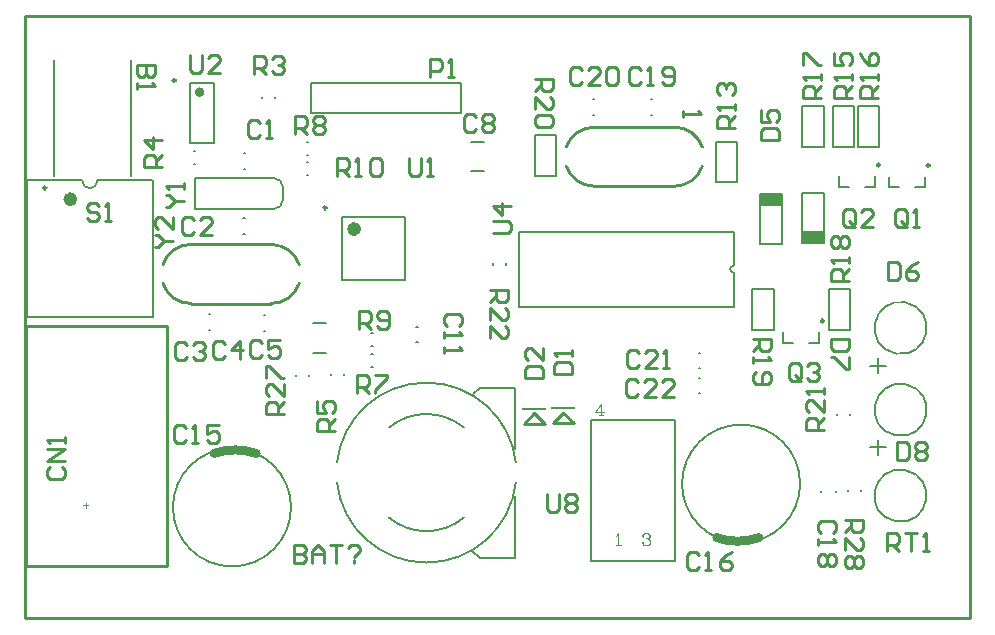
<source format=gto>
%FSLAX25Y25*%
%MOIN*%
G70*
G01*
G75*
G04 Layer_Color=65535*
%ADD10C,0.03937*%
%ADD11R,0.05315X0.06102*%
%ADD12O,0.07480X0.02362*%
%ADD13O,0.08268X0.01181*%
%ADD14O,0.01181X0.08268*%
%ADD15R,0.04528X0.10630*%
%ADD16R,0.04528X0.05709*%
%ADD17R,0.05118X0.03347*%
%ADD18O,0.23622X0.09843*%
G04:AMPARAMS|DCode=19|XSize=98.43mil|YSize=236.22mil|CornerRadius=0mil|HoleSize=0mil|Usage=FLASHONLY|Rotation=90.000|XOffset=0mil|YOffset=0mil|HoleType=Round|Shape=Octagon|*
%AMOCTAGOND19*
4,1,8,-0.11811,-0.02461,-0.11811,0.02461,-0.09350,0.04921,0.09350,0.04921,0.11811,0.02461,0.11811,-0.02461,0.09350,-0.04921,-0.09350,-0.04921,-0.11811,-0.02461,0.0*
%
%ADD19OCTAGOND19*%

%ADD20R,0.05118X0.05906*%
%ADD21R,0.03347X0.05118*%
%ADD22R,0.09213X0.08600*%
%ADD23R,0.02362X0.04528*%
%ADD24R,0.02362X0.07874*%
%ADD25O,0.02362X0.07874*%
%ADD26R,0.18898X0.20079*%
%ADD27R,0.03937X0.11811*%
%ADD28R,0.07874X0.01575*%
%ADD29R,0.01575X0.03937*%
%ADD30R,0.04724X0.03937*%
%ADD31R,0.05709X0.04528*%
%ADD32C,0.03937*%
%ADD33C,0.00800*%
%ADD34C,0.01500*%
%ADD35C,0.05000*%
%ADD36C,0.02000*%
%ADD37C,0.03000*%
%ADD38C,0.01200*%
%ADD39C,0.01000*%
%ADD40C,0.04000*%
%ADD41C,0.00394*%
%ADD42C,0.05906*%
%ADD43R,0.05906X0.05906*%
%ADD44C,0.04331*%
%ADD45O,0.05000X0.04000*%
%ADD46C,0.05000*%
%ADD47C,0.07087*%
%ADD48C,0.05315*%
%ADD49C,0.06299*%
%ADD50C,0.10630*%
%ADD51R,0.10630X0.10630*%
%ADD52C,0.08661*%
%ADD53C,0.02400*%
%ADD54C,0.03600*%
%ADD55R,0.03937X0.04724*%
%ADD56R,0.04331X0.05512*%
%ADD57R,0.04724X0.03150*%
%ADD58O,0.07874X0.02400*%
%ADD59O,0.07874X0.02402*%
%ADD60R,0.05512X0.04331*%
%ADD61R,0.09055X0.09055*%
%ADD62C,0.02362*%
%ADD63C,0.00984*%
%ADD64C,0.00787*%
%ADD65C,0.01575*%
%ADD66C,0.00700*%
%ADD67R,0.08000X0.01075*%
%ADD68R,0.07284X0.03866*%
D33*
X85820Y143994D02*
G03*
X83020Y146694I-2750J-50D01*
G01*
X83020Y136494D02*
G03*
X85820Y139394I-50J2850D01*
G01*
X56620Y136494D02*
Y146694D01*
X85820Y139394D02*
Y143993D01*
X56620Y136494D02*
X83020D01*
X56620Y146694D02*
X83020D01*
D37*
X77020Y54994D02*
G03*
X63020Y54994I-7000J-20330D01*
G01*
X230520Y26894D02*
G03*
X244520Y26894I7000J20330D01*
G01*
D39*
X45927Y111609D02*
G03*
X55240Y104951I9313J3185D01*
G01*
X91325Y117979D02*
G03*
X82012Y124636I-9313J-3185D01*
G01*
X55240D02*
G03*
X45927Y117979I0J-9843D01*
G01*
X82012Y104951D02*
G03*
X91325Y111609I0J9843D01*
G01*
X216412Y144051D02*
G03*
X225725Y150709I0J9843D01*
G01*
X189640Y163736D02*
G03*
X180327Y157079I0J-9843D01*
G01*
X225725D02*
G03*
X216412Y163736I-9313J-3185D01*
G01*
X180327Y150709D02*
G03*
X189640Y144051I9313J3185D01*
G01*
X169720Y68394D02*
X173220Y64894D01*
X166220D02*
X173220D01*
X166220D02*
X169720Y68394D01*
X179320Y68494D02*
X182820Y64994D01*
X175820D02*
X182820D01*
X175820D02*
X179320Y68494D01*
X55240Y104951D02*
X82012Y104951D01*
X55220Y124636D02*
X82012Y124636D01*
X150Y17394D02*
Y97394D01*
X47394Y17394D02*
Y97394D01*
X150D02*
X47394D01*
X150Y17394D02*
X47394D01*
X189620Y163736D02*
X216412Y163736D01*
X189640Y144051D02*
X216412Y144051D01*
X0Y0D02*
Y200787D01*
Y0D02*
X314961D01*
X0Y200787D02*
X314961D01*
Y0D02*
Y200787D01*
X43418Y184394D02*
X37420D01*
Y181395D01*
X38419Y180395D01*
X39419D01*
X40419Y181395D01*
Y184394D01*
Y181395D01*
X41418Y180395D01*
X42418D01*
X43418Y181395D01*
Y184394D01*
X37420Y178396D02*
Y176396D01*
Y177396D01*
X43418D01*
X42418Y178396D01*
X86320Y68194D02*
X80322D01*
Y71193D01*
X81321Y72192D01*
X83321D01*
X84320Y71193D01*
Y68194D01*
Y70193D02*
X86320Y72192D01*
Y78190D02*
Y74192D01*
X82321Y78190D01*
X81321D01*
X80322Y77191D01*
Y75191D01*
X81321Y74192D01*
X80322Y80190D02*
Y84188D01*
X81321D01*
X85320Y80190D01*
X86320D01*
X24518Y137292D02*
X23519Y138292D01*
X21519D01*
X20520Y137292D01*
Y136292D01*
X21519Y135293D01*
X23519D01*
X24518Y134293D01*
Y133293D01*
X23519Y132294D01*
X21519D01*
X20520Y133293D01*
X26518Y132294D02*
X28517D01*
X27517D01*
Y138292D01*
X26518Y137292D01*
X104020Y147394D02*
Y153392D01*
X107019D01*
X108018Y152392D01*
Y150393D01*
X107019Y149393D01*
X104020D01*
X106019D02*
X108018Y147394D01*
X110018D02*
X112017D01*
X111017D01*
Y153392D01*
X110018Y152392D01*
X115016D02*
X116016Y153392D01*
X118015D01*
X119015Y152392D01*
Y148393D01*
X118015Y147394D01*
X116016D01*
X115016Y148393D01*
Y152392D01*
X111220Y96494D02*
Y102492D01*
X114219D01*
X115218Y101492D01*
Y99493D01*
X114219Y98493D01*
X111220D01*
X113219D02*
X115218Y96494D01*
X117218Y97493D02*
X118217Y96494D01*
X120217D01*
X121216Y97493D01*
Y101492D01*
X120217Y102492D01*
X118217D01*
X117218Y101492D01*
Y100492D01*
X118217Y99493D01*
X121216D01*
X89820Y161294D02*
Y167292D01*
X92819D01*
X93818Y166292D01*
Y164293D01*
X92819Y163293D01*
X89820D01*
X91819D02*
X93818Y161294D01*
X95818Y166292D02*
X96817Y167292D01*
X98817D01*
X99817Y166292D01*
Y165292D01*
X98817Y164293D01*
X99817Y163293D01*
Y162293D01*
X98817Y161294D01*
X96817D01*
X95818Y162293D01*
Y163293D01*
X96817Y164293D01*
X95818Y165292D01*
Y166292D01*
X96817Y164293D02*
X98817D01*
X110620Y75194D02*
Y81192D01*
X113619D01*
X114618Y80192D01*
Y78193D01*
X113619Y77193D01*
X110620D01*
X112619D02*
X114618Y75194D01*
X116618Y81192D02*
X120616D01*
Y80192D01*
X116618Y76193D01*
Y75194D01*
X103320Y62394D02*
X97322D01*
Y65393D01*
X98321Y66392D01*
X100321D01*
X101320Y65393D01*
Y62394D01*
Y64393D02*
X103320Y66392D01*
X97322Y72391D02*
Y68392D01*
X100321D01*
X99321Y70391D01*
Y71391D01*
X100321Y72391D01*
X102320D01*
X103320Y71391D01*
Y69391D01*
X102320Y68392D01*
X45520Y150594D02*
X39522D01*
Y153593D01*
X40521Y154592D01*
X42521D01*
X43520Y153593D01*
Y150594D01*
Y152593D02*
X45520Y154592D01*
Y159591D02*
X39522D01*
X42521Y156592D01*
Y160591D01*
X76220Y181594D02*
Y187592D01*
X79219D01*
X80218Y186592D01*
Y184593D01*
X79219Y183593D01*
X76220D01*
X78219D02*
X80218Y181594D01*
X82218Y186592D02*
X83217Y187592D01*
X85217D01*
X86216Y186592D01*
Y185592D01*
X85217Y184593D01*
X84217D01*
X85217D01*
X86216Y183593D01*
Y182593D01*
X85217Y181594D01*
X83217D01*
X82218Y182593D01*
X134920Y180594D02*
Y186592D01*
X137919D01*
X138918Y185592D01*
Y183593D01*
X137919Y182593D01*
X134920D01*
X140918Y180594D02*
X142917D01*
X141917D01*
Y186592D01*
X140918Y185592D01*
X166522Y80094D02*
X172520D01*
Y83093D01*
X171520Y84092D01*
X167521D01*
X166522Y83093D01*
Y80094D01*
X172520Y90091D02*
Y86092D01*
X168521Y90091D01*
X167521D01*
X166522Y89091D01*
Y87091D01*
X167521Y86092D01*
X176222Y81294D02*
X182220D01*
Y84293D01*
X181220Y85292D01*
X177221D01*
X176222Y84293D01*
Y81294D01*
X182220Y87292D02*
Y89291D01*
Y88291D01*
X176222D01*
X177221Y87292D01*
X144518Y97495D02*
X145518Y98495D01*
Y100494D01*
X144518Y101494D01*
X140519D01*
X139520Y100494D01*
Y98495D01*
X140519Y97495D01*
X139520Y95496D02*
Y93496D01*
Y94496D01*
X145518D01*
X144518Y95496D01*
X139520Y90497D02*
Y88498D01*
Y89498D01*
X145518D01*
X144518Y90497D01*
X150218Y166992D02*
X149219Y167992D01*
X147219D01*
X146220Y166992D01*
Y162993D01*
X147219Y161994D01*
X149219D01*
X150218Y162993D01*
X152218Y166992D02*
X153217Y167992D01*
X155217D01*
X156217Y166992D01*
Y165992D01*
X155217Y164993D01*
X156217Y163993D01*
Y162993D01*
X155217Y161994D01*
X153217D01*
X152218Y162993D01*
Y163993D01*
X153217Y164993D01*
X152218Y165992D01*
Y166992D01*
X153217Y164993D02*
X155217D01*
X79018Y91792D02*
X78019Y92792D01*
X76019D01*
X75020Y91792D01*
Y87793D01*
X76019Y86794D01*
X78019D01*
X79018Y87793D01*
X85017Y92792D02*
X81018D01*
Y89793D01*
X83017Y90792D01*
X84017D01*
X85017Y89793D01*
Y87793D01*
X84017Y86794D01*
X82017D01*
X81018Y87793D01*
X89720Y24392D02*
Y18394D01*
X92719D01*
X93718Y19393D01*
Y20393D01*
X92719Y21393D01*
X89720D01*
X92719D01*
X93718Y22392D01*
Y23392D01*
X92719Y24392D01*
X89720D01*
X95718Y18394D02*
Y22392D01*
X97717Y24392D01*
X99717Y22392D01*
Y18394D01*
Y21393D01*
X95718D01*
X101716Y24392D02*
X105714D01*
X103715D01*
Y18394D01*
X107714Y23392D02*
X108714Y24392D01*
X110713D01*
X111713Y23392D01*
Y22392D01*
X109713Y20393D01*
Y19393D02*
Y18394D01*
X43122Y123794D02*
X44121D01*
X46121Y125793D01*
X44121Y127792D01*
X43122D01*
X46121Y125793D02*
X49120D01*
Y133791D02*
Y129792D01*
X45121Y133791D01*
X44121D01*
X43122Y132791D01*
Y130791D01*
X44121Y129792D01*
X46922Y137094D02*
X47921D01*
X49921Y139093D01*
X47921Y141092D01*
X46922D01*
X49921Y139093D02*
X52920D01*
Y143092D02*
Y145091D01*
Y144091D01*
X46922D01*
X47921Y143092D01*
X66518Y91392D02*
X65519Y92392D01*
X63519D01*
X62520Y91392D01*
Y87393D01*
X63519Y86394D01*
X65519D01*
X66518Y87393D01*
X71517Y86394D02*
Y92392D01*
X68518Y89393D01*
X72517D01*
X54018Y91192D02*
X53019Y92192D01*
X51019D01*
X50020Y91192D01*
Y87193D01*
X51019Y86194D01*
X53019D01*
X54018Y87193D01*
X56018Y91192D02*
X57017Y92192D01*
X59017D01*
X60017Y91192D01*
Y90192D01*
X59017Y89193D01*
X58017D01*
X59017D01*
X60017Y88193D01*
Y87193D01*
X59017Y86194D01*
X57017D01*
X56018Y87193D01*
X56318Y132792D02*
X55319Y133792D01*
X53319D01*
X52320Y132792D01*
Y128793D01*
X53319Y127794D01*
X55319D01*
X56318Y128793D01*
X62317Y127794D02*
X58318D01*
X62317Y131792D01*
Y132792D01*
X61317Y133792D01*
X59317D01*
X58318Y132792D01*
X78318Y164992D02*
X77319Y165992D01*
X75319D01*
X74320Y164992D01*
Y160993D01*
X75319Y159994D01*
X77319D01*
X78318Y160993D01*
X80318Y159994D02*
X82317D01*
X81317D01*
Y165992D01*
X80318Y164992D01*
X54820Y187692D02*
Y182693D01*
X55819Y181694D01*
X57819D01*
X58818Y182693D01*
Y187692D01*
X64816Y181694D02*
X60818D01*
X64816Y185692D01*
Y186692D01*
X63817Y187692D01*
X61817D01*
X60818Y186692D01*
X128020Y153292D02*
Y148293D01*
X129019Y147294D01*
X131019D01*
X132018Y148293D01*
Y153292D01*
X134018Y147294D02*
X136017D01*
X135017D01*
Y153292D01*
X134018Y152292D01*
X219270Y169244D02*
Y167244D01*
Y168244D01*
X225268D01*
X224268Y169244D01*
X53518Y63292D02*
X52519Y64292D01*
X50519D01*
X49520Y63292D01*
Y59293D01*
X50519Y58294D01*
X52519D01*
X53518Y59293D01*
X55518Y58294D02*
X57517D01*
X56517D01*
Y64292D01*
X55518Y63292D01*
X64515Y64292D02*
X60516D01*
Y61293D01*
X62515Y62292D01*
X63515D01*
X64515Y61293D01*
Y59293D01*
X63515Y58294D01*
X61516D01*
X60516Y59293D01*
X224718Y21092D02*
X223719Y22092D01*
X221719D01*
X220720Y21092D01*
Y17093D01*
X221719Y16094D01*
X223719D01*
X224718Y17093D01*
X226718Y16094D02*
X228717D01*
X227717D01*
Y22092D01*
X226718Y21092D01*
X235715Y22092D02*
X233716Y21092D01*
X231716Y19093D01*
Y17093D01*
X232716Y16094D01*
X234715D01*
X235715Y17093D01*
Y18093D01*
X234715Y19093D01*
X231716D01*
X155822Y128594D02*
X160820D01*
X161820Y129593D01*
Y131593D01*
X160820Y132592D01*
X155822D01*
X161820Y137591D02*
X155822D01*
X158821Y134592D01*
Y138591D01*
X205218Y182692D02*
X204219Y183692D01*
X202219D01*
X201220Y182692D01*
Y178693D01*
X202219Y177694D01*
X204219D01*
X205218Y178693D01*
X207218Y177694D02*
X209217D01*
X208217D01*
Y183692D01*
X207218Y182692D01*
X212216Y178693D02*
X213216Y177694D01*
X215215D01*
X216215Y178693D01*
Y182692D01*
X215215Y183692D01*
X213216D01*
X212216Y182692D01*
Y181692D01*
X213216Y180693D01*
X216215D01*
X185518Y182692D02*
X184519Y183692D01*
X182519D01*
X181520Y182692D01*
Y178693D01*
X182519Y177694D01*
X184519D01*
X185518Y178693D01*
X191516Y177694D02*
X187518D01*
X191516Y181692D01*
Y182692D01*
X190517Y183692D01*
X188517D01*
X187518Y182692D01*
X193516D02*
X194516Y183692D01*
X196515D01*
X197514Y182692D01*
Y178693D01*
X196515Y177694D01*
X194516D01*
X193516Y178693D01*
Y182692D01*
X204618Y88292D02*
X203619Y89292D01*
X201619D01*
X200620Y88292D01*
Y84293D01*
X201619Y83294D01*
X203619D01*
X204618Y84293D01*
X210616Y83294D02*
X206618D01*
X210616Y87292D01*
Y88292D01*
X209617Y89292D01*
X207617D01*
X206618Y88292D01*
X212616Y83294D02*
X214615D01*
X213615D01*
Y89292D01*
X212616Y88292D01*
X204318Y78692D02*
X203319Y79692D01*
X201319D01*
X200320Y78692D01*
Y74693D01*
X201319Y73694D01*
X203319D01*
X204318Y74693D01*
X210316Y73694D02*
X206318D01*
X210316Y77692D01*
Y78692D01*
X209317Y79692D01*
X207317D01*
X206318Y78692D01*
X216315Y73694D02*
X212316D01*
X216315Y77692D01*
Y78692D01*
X215315Y79692D01*
X213316D01*
X212316Y78692D01*
X8421Y50392D02*
X7422Y49393D01*
Y47393D01*
X8421Y46394D01*
X12420D01*
X13420Y47393D01*
Y49393D01*
X12420Y50392D01*
X13420Y52392D02*
X7422D01*
X13420Y56391D01*
X7422D01*
X13420Y58390D02*
Y60389D01*
Y59390D01*
X7422D01*
X8421Y58390D01*
X245322Y159294D02*
X251320D01*
Y162293D01*
X250320Y163292D01*
X246321D01*
X245322Y162293D01*
Y159294D01*
Y169290D02*
Y165292D01*
X248321D01*
X247321Y167291D01*
Y168291D01*
X248321Y169290D01*
X250320D01*
X251320Y168291D01*
Y166291D01*
X250320Y165292D01*
X287520Y118792D02*
Y112794D01*
X290519D01*
X291518Y113793D01*
Y117792D01*
X290519Y118792D01*
X287520D01*
X297516D02*
X295517Y117792D01*
X293518Y115793D01*
Y113793D01*
X294517Y112794D01*
X296517D01*
X297516Y113793D01*
Y114793D01*
X296517Y115793D01*
X293518D01*
X274718Y93094D02*
X268720D01*
Y90095D01*
X269719Y89095D01*
X273718D01*
X274718Y90095D01*
Y93094D01*
Y87096D02*
Y83097D01*
X273718D01*
X269719Y87096D01*
X268720D01*
X290620Y58692D02*
Y52694D01*
X293619D01*
X294618Y53693D01*
Y57692D01*
X293619Y58692D01*
X290620D01*
X296618Y57692D02*
X297617Y58692D01*
X299617D01*
X300617Y57692D01*
Y56692D01*
X299617Y55693D01*
X300617Y54693D01*
Y53693D01*
X299617Y52694D01*
X297617D01*
X296618Y53693D01*
Y54693D01*
X297617Y55693D01*
X296618Y56692D01*
Y57692D01*
X297617Y55693D02*
X299617D01*
X294018Y131293D02*
Y135292D01*
X293019Y136292D01*
X291019D01*
X290020Y135292D01*
Y131293D01*
X291019Y130294D01*
X293019D01*
X292019Y132293D02*
X294018Y130294D01*
X293019D02*
X294018Y131293D01*
X296018Y130294D02*
X298017D01*
X297017D01*
Y136292D01*
X296018Y135292D01*
X276618Y131293D02*
Y135292D01*
X275619Y136292D01*
X273619D01*
X272620Y135292D01*
Y131293D01*
X273619Y130294D01*
X275619D01*
X274619Y132293D02*
X276618Y130294D01*
X275619D02*
X276618Y131293D01*
X282616Y130294D02*
X278618D01*
X282616Y134292D01*
Y135292D01*
X281617Y136292D01*
X279617D01*
X278618Y135292D01*
X258718Y79993D02*
Y83992D01*
X257719Y84992D01*
X255719D01*
X254720Y83992D01*
Y79993D01*
X255719Y78994D01*
X257719D01*
X256719Y80993D02*
X258718Y78994D01*
X257719D02*
X258718Y79993D01*
X260718Y83992D02*
X261717Y84992D01*
X263717D01*
X264717Y83992D01*
Y82992D01*
X263717Y81993D01*
X262717D01*
X263717D01*
X264717Y80993D01*
Y79993D01*
X263717Y78994D01*
X261717D01*
X260718Y79993D01*
X236620Y163294D02*
X230622D01*
Y166293D01*
X231621Y167292D01*
X233621D01*
X234620Y166293D01*
Y163294D01*
Y165293D02*
X236620Y167292D01*
Y169292D02*
Y171291D01*
Y170291D01*
X230622D01*
X231621Y169292D01*
Y174290D02*
X230622Y175290D01*
Y177289D01*
X231621Y178289D01*
X232621D01*
X233621Y177289D01*
Y176289D01*
Y177289D01*
X234620Y178289D01*
X235620D01*
X236620Y177289D01*
Y175290D01*
X235620Y174290D01*
X275720Y173494D02*
X269722D01*
Y176493D01*
X270721Y177492D01*
X272721D01*
X273720Y176493D01*
Y173494D01*
Y175493D02*
X275720Y177492D01*
Y179492D02*
Y181491D01*
Y180491D01*
X269722D01*
X270721Y179492D01*
X269722Y188489D02*
Y184490D01*
X272721D01*
X271721Y186489D01*
Y187489D01*
X272721Y188489D01*
X274720D01*
X275720Y187489D01*
Y185490D01*
X274720Y184490D01*
X284420Y173294D02*
X278422D01*
Y176293D01*
X279421Y177292D01*
X281421D01*
X282420Y176293D01*
Y173294D01*
Y175293D02*
X284420Y177292D01*
Y179292D02*
Y181291D01*
Y180291D01*
X278422D01*
X279421Y179292D01*
X278422Y188289D02*
X279421Y186290D01*
X281421Y184290D01*
X283420D01*
X284420Y185290D01*
Y187289D01*
X283420Y188289D01*
X282420D01*
X281421Y187289D01*
Y184290D01*
X265420Y173494D02*
X259422D01*
Y176493D01*
X260421Y177492D01*
X262421D01*
X263420Y176493D01*
Y173494D01*
Y175493D02*
X265420Y177492D01*
Y179492D02*
Y181491D01*
Y180491D01*
X259422D01*
X260421Y179492D01*
X259422Y184490D02*
Y188489D01*
X260421D01*
X264420Y184490D01*
X265420D01*
X274520Y112594D02*
X268522D01*
Y115593D01*
X269521Y116592D01*
X271521D01*
X272520Y115593D01*
Y112594D01*
Y114593D02*
X274520Y116592D01*
Y118592D02*
Y120591D01*
Y119591D01*
X268522D01*
X269521Y118592D01*
Y123590D02*
X268522Y124590D01*
Y126589D01*
X269521Y127589D01*
X270521D01*
X271521Y126589D01*
X272520Y127589D01*
X273520D01*
X274520Y126589D01*
Y124590D01*
X273520Y123590D01*
X272520D01*
X271521Y124590D01*
X270521Y123590D01*
X269521D01*
X271521Y124590D02*
Y126589D01*
X242620Y92994D02*
X248618D01*
Y89995D01*
X247618Y88995D01*
X245619D01*
X244619Y89995D01*
Y92994D01*
Y90994D02*
X242620Y88995D01*
Y86996D02*
Y84996D01*
Y85996D01*
X248618D01*
X247618Y86996D01*
X243619Y81997D02*
X242620Y80998D01*
Y78998D01*
X243619Y77999D01*
X247618D01*
X248618Y78998D01*
Y80998D01*
X247618Y81997D01*
X246618D01*
X245619Y80998D01*
Y77999D01*
X266320Y62894D02*
X260322D01*
Y65893D01*
X261321Y66892D01*
X263321D01*
X264320Y65893D01*
Y62894D01*
Y64893D02*
X266320Y66892D01*
Y72891D02*
Y68892D01*
X262321Y72891D01*
X261321D01*
X260322Y71891D01*
Y69891D01*
X261321Y68892D01*
X266320Y74890D02*
Y76889D01*
Y75889D01*
X260322D01*
X261321Y74890D01*
X154920Y109394D02*
X160918D01*
Y106395D01*
X159918Y105395D01*
X157919D01*
X156919Y106395D01*
Y109394D01*
Y107394D02*
X154920Y105395D01*
Y99397D02*
Y103396D01*
X158918Y99397D01*
X159918D01*
X160918Y100397D01*
Y102396D01*
X159918Y103396D01*
X154920Y93399D02*
Y97398D01*
X158918Y93399D01*
X159918D01*
X160918Y94399D01*
Y96398D01*
X159918Y97398D01*
X169820Y179794D02*
X175818D01*
Y176795D01*
X174818Y175795D01*
X172819D01*
X171819Y176795D01*
Y179794D01*
Y177794D02*
X169820Y175795D01*
Y169797D02*
Y173796D01*
X173818Y169797D01*
X174818D01*
X175818Y170797D01*
Y172796D01*
X174818Y173796D01*
Y167798D02*
X175818Y166798D01*
Y164799D01*
X174818Y163799D01*
X170819D01*
X169820Y164799D01*
Y166798D01*
X170819Y167798D01*
X174818D01*
X174020Y41292D02*
Y36293D01*
X175019Y35294D01*
X177019D01*
X178018Y36293D01*
Y41292D01*
X180018Y40292D02*
X181017Y41292D01*
X183017D01*
X184017Y40292D01*
Y39292D01*
X183017Y38293D01*
X184017Y37293D01*
Y36293D01*
X183017Y35294D01*
X181017D01*
X180018Y36293D01*
Y37293D01*
X181017Y38293D01*
X180018Y39292D01*
Y40292D01*
X181017Y38293D02*
X183017D01*
X269418Y28295D02*
X270418Y29295D01*
Y31294D01*
X269418Y32294D01*
X265419D01*
X264420Y31294D01*
Y29295D01*
X265419Y28295D01*
X264420Y26296D02*
Y24296D01*
Y25296D01*
X270418D01*
X269418Y26296D01*
Y21297D02*
X270418Y20298D01*
Y18298D01*
X269418Y17299D01*
X268418D01*
X267419Y18298D01*
X266419Y17299D01*
X265419D01*
X264420Y18298D01*
Y20298D01*
X265419Y21297D01*
X266419D01*
X267419Y20298D01*
X268418Y21297D01*
X269418D01*
X267419Y20298D02*
Y18298D01*
X273120Y32794D02*
X279118D01*
Y29795D01*
X278118Y28795D01*
X276119D01*
X275119Y29795D01*
Y32794D01*
Y30794D02*
X273120Y28795D01*
Y22797D02*
Y26796D01*
X277118Y22797D01*
X278118D01*
X279118Y23797D01*
Y25796D01*
X278118Y26796D01*
Y20798D02*
X279118Y19798D01*
Y17799D01*
X278118Y16799D01*
X277118D01*
X276119Y17799D01*
X275119Y16799D01*
X274119D01*
X273120Y17799D01*
Y19798D01*
X274119Y20798D01*
X275119D01*
X276119Y19798D01*
X277118Y20798D01*
X278118D01*
X276119Y19798D02*
Y17799D01*
X287320Y22594D02*
Y28592D01*
X290319D01*
X291318Y27592D01*
Y25593D01*
X290319Y24593D01*
X287320D01*
X289319D02*
X291318Y22594D01*
X293318Y28592D02*
X297317D01*
X295317D01*
Y22594D01*
X299316D02*
X301315D01*
X300315D01*
Y28592D01*
X299316Y27592D01*
X0Y0D02*
X314961D01*
Y200787D01*
X0D02*
X314961D01*
X0Y0D02*
Y200787D01*
D41*
X205860Y27611D02*
X206047Y27423D01*
X205860Y27236D01*
X205672Y27423D01*
Y27611D01*
X205860Y27986D01*
X206047Y28173D01*
X206610Y28361D01*
X207359D01*
X207922Y28173D01*
X208109Y27798D01*
Y27236D01*
X207922Y26861D01*
X207359Y26674D01*
X206797D01*
X207359Y28361D02*
X207734Y28173D01*
X207922Y27798D01*
Y27236D01*
X207734Y26861D01*
X207359Y26674D01*
X207734Y26486D01*
X208109Y26111D01*
X208297Y25736D01*
Y25174D01*
X208109Y24799D01*
X207922Y24612D01*
X207359Y24424D01*
X206610D01*
X206047Y24612D01*
X205860Y24799D01*
X205672Y25174D01*
Y25362D01*
X205860Y25549D01*
X206047Y25362D01*
X205860Y25174D01*
X207922Y26299D02*
X208109Y25736D01*
Y25174D01*
X207922Y24799D01*
X207734Y24612D01*
X207359Y24424D01*
X196814Y27611D02*
X197189Y27798D01*
X197751Y28361D01*
Y24424D01*
X197564Y28173D02*
Y24424D01*
X196814D02*
X198501D01*
X191799Y71194D02*
Y67633D01*
X192923Y68758D02*
X189924D01*
X191986Y71569D01*
Y67633D01*
X191236D02*
X192549D01*
X20120Y36906D02*
Y38481D01*
X19332Y37694D02*
X20907D01*
D62*
X16205Y139732D02*
G03*
X16205Y139732I-1181J0D01*
G01*
X110805Y129790D02*
G03*
X110805Y129790I-1181J0D01*
G01*
D63*
X7012Y143512D02*
G03*
X7012Y143512I-492J0D01*
G01*
X50160Y179340D02*
G03*
X50160Y179340I-492J0D01*
G01*
X100470Y136876D02*
G03*
X100470Y136876I-492J0D01*
G01*
X284898Y151123D02*
G03*
X284898Y151123I-492J0D01*
G01*
X301498Y150923D02*
G03*
X301498Y150923I-492J0D01*
G01*
X266198Y99123D02*
G03*
X266198Y99123I-492J0D01*
G01*
D64*
X19020Y145894D02*
G03*
X24020Y145894I2500J0D01*
G01*
X88605Y36994D02*
G03*
X88605Y36994I-19685J0D01*
G01*
X290251Y60976D02*
G03*
X290102Y61004I1569J8518D01*
G01*
X290251Y88276D02*
G03*
X290102Y88304I1569J8518D01*
G01*
X236279Y117688D02*
G03*
X236279Y115129I0J-1280D01*
G01*
X258305Y44894D02*
G03*
X258305Y44894I-19685J0D01*
G01*
X290151Y32376D02*
G03*
X290002Y32404I1569J8518D01*
G01*
X654Y100618D02*
X42386D01*
X24020Y146169D02*
X42386D01*
X654D02*
X19020D01*
X42453Y100520D02*
Y146268D01*
X587Y100520D02*
Y146268D01*
X72723Y128136D02*
X73116D01*
X72723Y133451D02*
X73116D01*
X72923Y155251D02*
X73317D01*
X72923Y149936D02*
X73317D01*
X54983Y158454D02*
X62857D01*
X54983Y178533D02*
X62857D01*
Y158454D02*
Y178533D01*
X54983Y158454D02*
Y178533D01*
X105687Y112861D02*
Y133727D01*
X126553Y112861D02*
Y133727D01*
X105687D02*
X126553D01*
X105687Y112861D02*
X126553D01*
X148654Y149072D02*
X152985D01*
X148654Y158915D02*
X152985D01*
X130423Y96954D02*
X130816D01*
X130423Y92033D02*
X130816D01*
X61323Y101351D02*
X61717D01*
X61323Y96036D02*
X61717D01*
X79523Y95936D02*
X79917D01*
X79523Y101251D02*
X79917D01*
X95954Y88572D02*
X100285D01*
X95954Y98415D02*
X100285D01*
X101954Y81097D02*
Y81491D01*
X106285Y81097D02*
Y81491D01*
X90254Y80697D02*
Y81091D01*
X94585Y80697D02*
Y81091D01*
X56223Y155859D02*
X56616D01*
X56223Y151528D02*
X56616D01*
X83385Y173397D02*
Y173791D01*
X79054Y173397D02*
Y173791D01*
X115423Y87959D02*
X115817D01*
X115423Y83628D02*
X115817D01*
X115423Y90628D02*
X115816D01*
X115423Y94959D02*
X115816D01*
X93923Y158659D02*
X94317D01*
X93923Y154328D02*
X94317D01*
X93923Y147728D02*
X94317D01*
X93923Y152059D02*
X94317D01*
X95420Y168494D02*
Y178494D01*
X145420D01*
X95420Y168494D02*
X145420D01*
Y178494D01*
X274985Y67797D02*
Y68191D01*
X270654Y67797D02*
Y68191D01*
X224523Y83533D02*
X224917D01*
X224523Y88454D02*
X224917D01*
X271414Y143938D02*
X274564D01*
X271414D02*
Y147481D01*
X280076Y143938D02*
X283225D01*
Y147481D01*
X208523Y173251D02*
X208916D01*
X208523Y167936D02*
X208916D01*
X288014Y143738D02*
X291164D01*
X288014D02*
Y147281D01*
X296676Y143738D02*
X299825D01*
Y147281D01*
X252261Y124728D02*
Y141460D01*
X244978D02*
X252261D01*
X244978Y124728D02*
X252261D01*
X244978D02*
Y141460D01*
X156054Y117897D02*
Y118290D01*
X160385Y117897D02*
Y118290D01*
X252714Y91938D02*
X255864D01*
X252714D02*
Y95481D01*
X261376Y91938D02*
X264525D01*
Y95481D01*
X258878Y125028D02*
Y141760D01*
Y125028D02*
X266161D01*
X258878Y141760D02*
X266161D01*
Y125028D02*
Y141760D01*
X224523Y75133D02*
X224917D01*
X224523Y80054D02*
X224917D01*
X189223Y173251D02*
X189617D01*
X189223Y167936D02*
X189617D01*
X236279Y117688D02*
Y128869D01*
Y103948D02*
Y115129D01*
X164625Y103948D02*
X236279D01*
X164625D02*
Y128869D01*
X236279D01*
X216598Y19109D02*
Y65960D01*
X188645D02*
X216598D01*
X188645Y19109D02*
Y65960D01*
Y19109D02*
X216598D01*
X230176Y145302D02*
X237263D01*
X230176Y158885D02*
X237263D01*
Y145302D02*
Y158885D01*
X230176Y145302D02*
Y158885D01*
X269276Y170685D02*
X276363D01*
X269276Y157102D02*
X276363D01*
X269276D02*
Y170685D01*
X276363Y157102D02*
Y170685D01*
X277476D02*
X284563D01*
X277476Y157102D02*
X284563D01*
X277476D02*
Y170685D01*
X284563Y157102D02*
Y170685D01*
X259076Y157202D02*
X266163D01*
X259076Y170785D02*
X266163D01*
Y157202D02*
Y170785D01*
X259076Y157202D02*
Y170785D01*
X267776Y96102D02*
X274863D01*
X267776Y109685D02*
X274863D01*
Y96102D02*
Y109685D01*
X267776Y96102D02*
Y109685D01*
X242376D02*
X249463D01*
X242376Y96102D02*
X249463D01*
X242376D02*
Y109685D01*
X249463Y96102D02*
Y109685D01*
X169876Y160985D02*
X176963D01*
X169876Y147402D02*
X176963D01*
X169876D02*
Y160985D01*
X176963Y147402D02*
Y160985D01*
X270180Y42197D02*
Y42591D01*
X265259Y42197D02*
Y42591D01*
X274254Y42497D02*
Y42891D01*
X278585Y42497D02*
Y42891D01*
X9459Y147502D02*
Y186085D01*
X35247Y147502D02*
Y186085D01*
X284289Y54433D02*
Y59494D01*
X286820Y56963D02*
X281759D01*
X284289Y81733D02*
Y86794D01*
X286820Y84263D02*
X281759D01*
D65*
X58920Y175383D02*
G03*
X58920Y175383I-787J0D01*
G01*
D66*
X146226Y63594D02*
G03*
X121237Y63603I-12500J-15000D01*
G01*
Y33585D02*
G03*
X146203Y33575I12489J15009D01*
G01*
X133726Y18594D02*
G03*
X163546Y45314I0J30000D01*
G01*
X103906D02*
G03*
X133726Y18594I29820J3280D01*
G01*
X163546Y51874D02*
G03*
X103906Y51874I-29820J-3280D01*
G01*
X149081Y22610D02*
X151443Y20247D01*
X149179Y74676D02*
X151443Y76940D01*
X163254D01*
Y56468D02*
Y76940D01*
X151443Y20247D02*
X163254D01*
Y40720D01*
D67*
X169720Y69931D02*
D03*
X179320Y70031D02*
D03*
D68*
X248620Y139527D02*
D03*
X262520Y126961D02*
D03*
M02*

</source>
